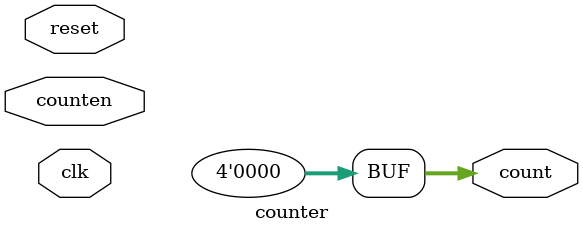
<source format=v>
`timescale 1ns / 1ps

module counter(clk, count, counten, reset);
input clk;
output [3:0]count = 0;
input counten, reset;
reg [3:0]count;

always@(posedge clk)begin
    if(reset)begin
    count <=0;
    end
    else if(counten)begin
    count <= count+1;
    end
    else begin
    count <= count;
    end
    
end
endmodule

</source>
